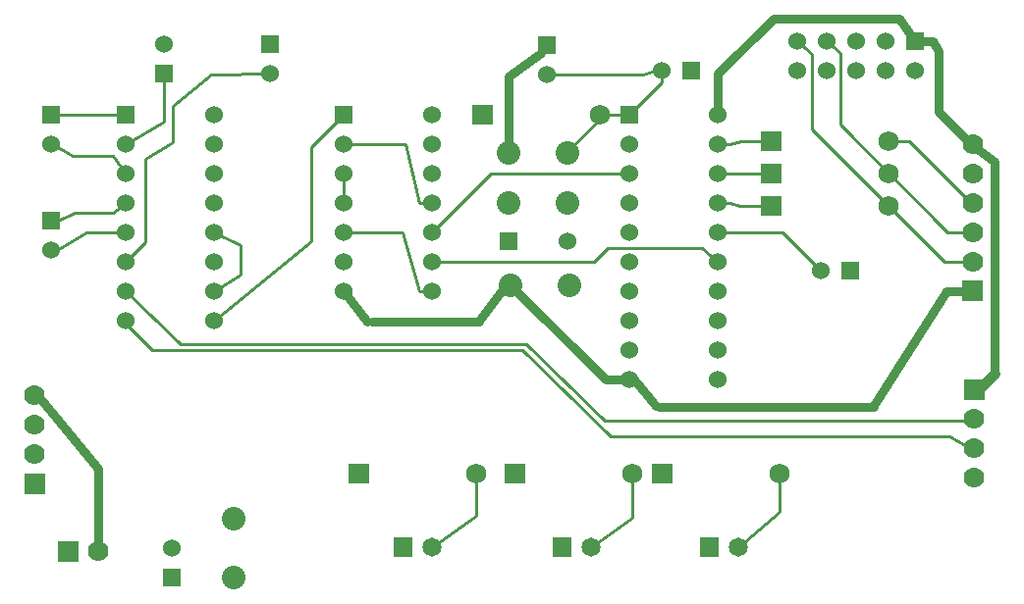
<source format=gtl>
G04 start of page 2 for group 0 idx 0 *
G04 Title: (unknown), top *
G04 Creator: pcb 20110918 *
G04 CreationDate: Thu 23 Oct 2014 13:36:36 GMT UTC *
G04 For: ksarkies *
G04 Format: Gerber/RS-274X *
G04 PCB-Dimensions: 350000 210000 *
G04 PCB-Coordinate-Origin: lower left *
%MOIN*%
%FSLAX25Y25*%
%LNTOP*%
%ADD81C,0.0430*%
%ADD80C,0.0280*%
%ADD79C,0.0380*%
%ADD78C,0.0700*%
%ADD77C,0.0650*%
%ADD76C,0.0680*%
%ADD75C,0.0600*%
%ADD74C,0.0800*%
%ADD73C,0.0001*%
%ADD72C,0.0350*%
%ADD71C,0.0100*%
%ADD70C,0.0300*%
G54D70*X337000Y110500D02*X336500D01*
G54D71*X220500Y150500D02*X221000D01*
X210500Y170500D02*Y169000D01*
X179500Y159000D02*X180000Y158500D01*
X98500Y194500D02*X99000Y194000D01*
X190500D02*X192500D01*
X190500Y191500D02*Y194000D01*
X192500Y192000D02*X190500Y191500D01*
X193000Y194000D02*X190500D01*
X193000D02*X192000Y193000D01*
X192500Y192000D01*
X180000Y112500D02*X178500D01*
X217499Y80500D02*X220500D01*
X24000Y124500D02*Y124000D01*
Y124500D02*X26000D01*
X47500Y130500D02*X49500D01*
X222000Y80500D02*X217499D01*
X196999Y23500D02*X197500D01*
X271500Y35500D02*Y48500D01*
X257500Y23500D02*X271500Y35500D01*
G54D70*X40000Y50000D02*X18500Y76500D01*
X40000Y21500D02*Y50000D01*
G54D71*X56000Y127000D02*X50000Y121000D01*
X79500Y130500D02*X88500Y126000D01*
Y116000D01*
X79500Y110500D01*
X143500Y130500D02*X149000Y110500D01*
G54D70*X169500Y100500D02*X178500Y112500D01*
X180000D02*X212500Y80500D01*
G54D71*X212000Y66500D02*X185500Y92500D01*
X214000Y61000D02*X184000Y90500D01*
X123500Y130500D02*X143500D01*
X149000Y140500D02*X153500D01*
X79500Y100500D02*X112500Y127500D01*
G54D70*X169500Y100000D02*X133000D01*
G54D71*X185500Y92500D02*X68070Y92526D01*
X68000Y92500D02*X49500Y110500D01*
X58500Y90500D02*X49500Y99500D01*
X184000Y90500D02*X58500D01*
X65500Y173500D02*Y161000D01*
X56000Y155500D01*
X78500Y184000D02*X65500Y173500D01*
X98500Y184500D02*X78500Y184000D01*
X62500Y168000D02*X49500Y160500D01*
X62500Y184500D02*Y168000D01*
X123500Y150500D02*Y140500D01*
X144500Y160500D02*X149000Y140500D01*
X173500Y150500D02*X153500Y130500D01*
X123500Y160500D02*X144500D01*
X231500Y181500D02*X220500Y170500D01*
X210500Y169000D02*X200000Y158500D01*
X112500Y159500D02*X123500Y170500D01*
X112500Y127500D02*Y159500D01*
X24000Y124500D02*X26000D01*
X24000Y160500D02*X28000Y158500D01*
X24000Y134500D02*X26500D01*
X36000Y130500D02*X49500D01*
X36000D02*X26000Y124500D01*
X56000Y155500D02*Y127000D01*
X45000Y156500D02*X49500Y150500D01*
X45000Y137000D02*X49500Y140500D01*
X32000Y137000D02*X45000D01*
X32000D02*X26500Y134500D01*
X31500Y156500D02*X45000D01*
X28000Y158500D02*X31500Y156500D01*
X24000Y170500D02*X49500D01*
G54D70*X325500Y192000D02*Y171500D01*
G54D71*X292000Y191500D02*Y167000D01*
X282500Y191000D02*Y165500D01*
G54D70*X323500Y195500D02*X325500Y192000D01*
X312000Y203000D02*X317500Y195500D01*
X269500Y203000D02*X312000D01*
X317500Y195500D02*X323500D01*
G54D71*X287500D02*X292000Y191500D01*
X277500Y195500D02*X282500Y191000D01*
X254500Y140500D02*X258000Y139500D01*
X250500Y140500D02*X254500D01*
G54D70*X250500Y184500D02*X269500Y203000D01*
X250500Y170500D02*Y184500D01*
X179500Y183500D02*Y159000D01*
Y183500D02*X190500Y191500D01*
G54D71*X192500Y184000D02*X191500D01*
X220500Y170500D02*X210500D01*
X225000Y184000D02*X191500D01*
X225000D02*X229000Y185500D01*
X231500D01*
Y181500D01*
G54D70*X336500Y160500D02*X325500Y171500D01*
G54D71*X327500Y120500D02*X337000D01*
X308500Y139500D02*X327500Y120500D01*
X308500Y161500D02*X315500D01*
X336500Y140500D01*
X258000Y139500D02*X268500D01*
G54D70*X344500Y154500D02*Y82000D01*
X303000Y71000D02*X328000Y110500D01*
X336500D01*
Y160500D02*X344500Y154500D01*
G54D72*X338500Y76500D02*X344500Y82500D01*
G54D70*X230500Y71000D02*X303500D01*
X222000Y80500D02*X229500Y71500D01*
X131500Y100000D02*X123500Y110500D01*
X212500Y80500D02*X217499D01*
G54D71*X149000Y110500D02*X153500D01*
X337500Y56500D02*X329000Y61000D01*
X212000Y66500D02*X337500D01*
X329000Y61000D02*X214000D01*
X221500Y33500D02*Y48500D01*
X207500Y23500D02*X221500Y33500D01*
X247500Y26500D02*Y23500D01*
X168500Y34000D02*Y48500D01*
X153500Y23500D02*X168500Y34000D01*
X272500Y130500D02*X250500D01*
X285500Y117500D02*X272500Y130500D01*
X245000Y125000D02*X250500Y120500D01*
X213000Y125000D02*X245000D01*
X213000D02*X208500Y120500D01*
X153500D02*X208500D01*
X221000Y150500D02*X173500D01*
X328500Y130500D02*X337000D01*
X328500D02*X292000Y167000D01*
X282500Y165500D02*X308500Y139500D01*
X258500Y161500D02*X268500D01*
X258500D02*X254500Y160500D01*
X250500D02*X254500D01*
X250500Y150500D02*X268500D01*
G54D73*G36*
X238500Y188500D02*Y182500D01*
X244500D01*
Y188500D01*
X238500D01*
G37*
G54D74*X179500Y140500D03*
X199500D03*
G54D73*G36*
X176500Y130500D02*Y124500D01*
X182500D01*
Y130500D01*
X176500D01*
G37*
G36*
X167100Y173900D02*Y167100D01*
X173900D01*
Y173900D01*
X167100D01*
G37*
G54D75*X153500Y130500D03*
Y140500D03*
Y150500D03*
Y160500D03*
Y170500D03*
G54D74*X179500Y157500D03*
X199500D03*
G54D75*X49500Y140500D03*
Y130500D03*
Y120500D03*
Y110500D03*
Y100500D03*
X79500D03*
Y110500D03*
G54D73*G36*
X21000Y173500D02*Y167500D01*
X27000D01*
Y173500D01*
X21000D01*
G37*
G54D75*X24000Y160500D03*
G54D73*G36*
X21000Y137500D02*Y131500D01*
X27000D01*
Y137500D01*
X21000D01*
G37*
G54D75*X24000Y124500D03*
X79500Y120500D03*
Y130500D03*
Y140500D03*
G54D73*G36*
X46500Y173500D02*Y167500D01*
X52500D01*
Y173500D01*
X46500D01*
G37*
G54D75*X49500Y160500D03*
Y150500D03*
X79500D03*
Y160500D03*
Y170500D03*
G54D73*G36*
X95500Y197500D02*Y191500D01*
X101500D01*
Y197500D01*
X95500D01*
G37*
G54D75*X98500Y184500D03*
G54D73*G36*
X59500Y187500D02*Y181500D01*
X65500D01*
Y187500D01*
X59500D01*
G37*
G54D75*X62500Y194500D03*
G54D73*G36*
X120500Y173500D02*Y167500D01*
X126500D01*
Y173500D01*
X120500D01*
G37*
G54D75*X123500Y160500D03*
Y150500D03*
Y140500D03*
Y130500D03*
Y120500D03*
G54D73*G36*
X178100Y51900D02*Y45100D01*
X184900D01*
Y51900D01*
X178100D01*
G37*
G36*
X125100D02*Y45100D01*
X131900D01*
Y51900D01*
X125100D01*
G37*
G54D76*X168500Y48500D03*
G54D73*G36*
X244250Y26750D02*Y20250D01*
X250750D01*
Y26750D01*
X244250D01*
G37*
G54D77*X257500Y23500D03*
G54D73*G36*
X140250Y26750D02*Y20250D01*
X146750D01*
Y26750D01*
X140250D01*
G37*
G54D77*X153500Y23500D03*
G54D73*G36*
X194250Y26750D02*Y20250D01*
X200750D01*
Y26750D01*
X194250D01*
G37*
G54D77*X207500Y23500D03*
G54D74*X180000Y112500D03*
G54D75*X123500Y110500D03*
X153500D03*
Y120500D03*
G54D73*G36*
X26500Y25500D02*Y18500D01*
X33500D01*
Y25500D01*
X26500D01*
G37*
G54D78*X40000Y22000D03*
G54D73*G36*
X62000Y16000D02*Y10000D01*
X68000D01*
Y16000D01*
X62000D01*
G37*
G54D75*X65000Y23000D03*
G54D73*G36*
X15000Y48500D02*Y41500D01*
X22000D01*
Y48500D01*
X15000D01*
G37*
G54D78*X18500Y55000D03*
Y65000D03*
Y75000D03*
G54D74*X86000Y33000D03*
Y13000D03*
G54D75*X220500Y110500D03*
X250500D03*
G54D74*X200000Y112500D03*
G54D75*X220500Y100500D03*
X250500D03*
X220500Y90500D03*
Y80500D03*
X250500D03*
Y90500D03*
G54D73*G36*
X228100Y51900D02*Y45100D01*
X234900D01*
Y51900D01*
X228100D01*
G37*
G54D76*X271500Y48500D03*
X221500D03*
G54D73*G36*
X217500Y173500D02*Y167500D01*
X223500D01*
Y173500D01*
X217500D01*
G37*
G54D75*X220500Y160500D03*
Y150500D03*
Y140500D03*
Y130500D03*
G54D73*G36*
X265100Y153900D02*Y147100D01*
X271900D01*
Y153900D01*
X265100D01*
G37*
G54D75*X250500Y150500D03*
Y160500D03*
Y170500D03*
G54D73*G36*
X265100Y164900D02*Y158100D01*
X271900D01*
Y164900D01*
X265100D01*
G37*
G36*
Y142900D02*Y136100D01*
X271900D01*
Y142900D01*
X265100D01*
G37*
G54D75*X220500Y120500D03*
X250500D03*
Y130500D03*
Y140500D03*
X231500Y185500D03*
G54D73*G36*
X189500Y197000D02*Y191000D01*
X195500D01*
Y197000D01*
X189500D01*
G37*
G54D75*X192500Y184000D03*
X199500Y127500D03*
G54D76*X210500Y170500D03*
X308500Y150500D03*
Y161500D03*
G54D73*G36*
X292500Y120500D02*Y114500D01*
X298500D01*
Y120500D01*
X292500D01*
G37*
G54D75*X285500Y117500D03*
G54D76*X308500Y139500D03*
G54D73*G36*
X314500Y198500D02*Y192500D01*
X320500D01*
Y198500D01*
X314500D01*
G37*
G54D75*X317500Y185500D03*
X307500Y195500D03*
Y185500D03*
X297500Y195500D03*
Y185500D03*
X287500Y195500D03*
Y185500D03*
X277500Y195500D03*
Y185500D03*
G54D73*G36*
X334000Y80500D02*Y73500D01*
X341000D01*
Y80500D01*
X334000D01*
G37*
G54D78*X337500Y67000D03*
Y57000D03*
Y47000D03*
G54D73*G36*
X333500Y114000D02*Y107000D01*
X340500D01*
Y114000D01*
X333500D01*
G37*
G54D78*X337000Y120500D03*
Y130500D03*
Y140500D03*
Y150500D03*
Y160500D03*
G54D79*G54D72*G54D80*G54D79*G54D80*G54D72*G54D80*G54D70*G54D80*G54D70*G54D80*G54D79*G54D81*G54D72*G54D80*G54D79*G54D70*G54D79*G54D72*G54D80*G54D72*G54D80*G54D79*G54D80*G54D79*G54D80*G54D79*G54D80*G54D79*G54D70*G54D80*G54D79*M02*

</source>
